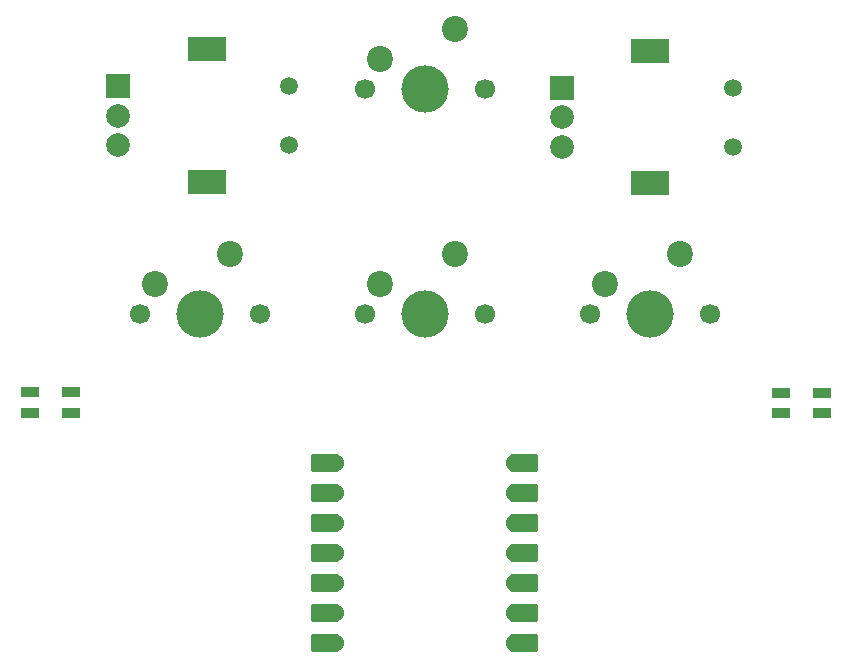
<source format=gbr>
%TF.GenerationSoftware,KiCad,Pcbnew,9.0.3*%
%TF.CreationDate,2025-07-31T03:50:49-04:00*%
%TF.ProjectId,BatPad,42617450-6164-42e6-9b69-6361645f7063,rev?*%
%TF.SameCoordinates,Original*%
%TF.FileFunction,Soldermask,Top*%
%TF.FilePolarity,Negative*%
%FSLAX46Y46*%
G04 Gerber Fmt 4.6, Leading zero omitted, Abs format (unit mm)*
G04 Created by KiCad (PCBNEW 9.0.3) date 2025-07-31 03:50:49*
%MOMM*%
%LPD*%
G01*
G04 APERTURE LIST*
G04 Aperture macros list*
%AMRoundRect*
0 Rectangle with rounded corners*
0 $1 Rounding radius*
0 $2 $3 $4 $5 $6 $7 $8 $9 X,Y pos of 4 corners*
0 Add a 4 corners polygon primitive as box body*
4,1,4,$2,$3,$4,$5,$6,$7,$8,$9,$2,$3,0*
0 Add four circle primitives for the rounded corners*
1,1,$1+$1,$2,$3*
1,1,$1+$1,$4,$5*
1,1,$1+$1,$6,$7*
1,1,$1+$1,$8,$9*
0 Add four rect primitives between the rounded corners*
20,1,$1+$1,$2,$3,$4,$5,0*
20,1,$1+$1,$4,$5,$6,$7,0*
20,1,$1+$1,$6,$7,$8,$9,0*
20,1,$1+$1,$8,$9,$2,$3,0*%
G04 Aperture macros list end*
%ADD10R,1.600000X0.850000*%
%ADD11C,1.700000*%
%ADD12C,4.000000*%
%ADD13C,2.200000*%
%ADD14C,1.500000*%
%ADD15R,2.000000X2.000000*%
%ADD16C,2.000000*%
%ADD17R,3.200000X2.000000*%
%ADD18RoundRect,0.152400X-1.063600X-0.609600X1.063600X-0.609600X1.063600X0.609600X-1.063600X0.609600X0*%
%ADD19C,1.524000*%
%ADD20RoundRect,0.152400X1.063600X0.609600X-1.063600X0.609600X-1.063600X-0.609600X1.063600X-0.609600X0*%
G04 APERTURE END LIST*
D10*
%TO.C,D2*%
X78058750Y-35646875D03*
X78058750Y-37396875D03*
X81558750Y-37396875D03*
X81558750Y-35646875D03*
%TD*%
D11*
%TO.C,SW4*%
X42853750Y-9921875D03*
D12*
X47933750Y-9921875D03*
D11*
X53013750Y-9921875D03*
D13*
X50473750Y-4841875D03*
X44123750Y-7381875D03*
%TD*%
D10*
%TO.C,D1*%
X14458750Y-35596875D03*
X14458750Y-37346875D03*
X17958750Y-37346875D03*
X17958750Y-35596875D03*
%TD*%
D11*
%TO.C,SW2*%
X42840000Y-29000000D03*
D12*
X47920000Y-29000000D03*
D11*
X53000000Y-29000000D03*
D13*
X50460000Y-23920000D03*
X44110000Y-26460000D03*
%TD*%
D14*
%TO.C,SW6*%
X36433750Y-9696875D03*
X36433750Y-14696875D03*
D15*
X21933750Y-9696875D03*
D16*
X21933750Y-14696875D03*
X21933750Y-12196875D03*
D17*
X29433750Y-6596875D03*
X29433750Y-17796875D03*
%TD*%
D14*
%TO.C,SW5*%
X74008750Y-9831250D03*
X74008750Y-14831250D03*
D15*
X59508750Y-9831250D03*
D16*
X59508750Y-14831250D03*
X59508750Y-12331250D03*
D17*
X67008750Y-6731250D03*
X67008750Y-17931250D03*
%TD*%
D11*
%TO.C,SW3*%
X61923750Y-29000000D03*
D12*
X67003750Y-29000000D03*
D11*
X72083750Y-29000000D03*
D13*
X69543750Y-23920000D03*
X63193750Y-26460000D03*
%TD*%
D11*
%TO.C,SW1*%
X23793750Y-29000000D03*
D12*
X28873750Y-29000000D03*
D11*
X33953750Y-29000000D03*
D13*
X31413750Y-23920000D03*
X25063750Y-26460000D03*
%TD*%
D18*
%TO.C,U1*%
X56337756Y-56860625D03*
D19*
X55502756Y-56860625D03*
D18*
X56337756Y-54320625D03*
D19*
X55502756Y-54320625D03*
D18*
X56337756Y-51780625D03*
D19*
X55502756Y-51780625D03*
D18*
X56337756Y-49240625D03*
D19*
X55502756Y-49240625D03*
D18*
X56337756Y-46700625D03*
D19*
X55502756Y-46700625D03*
D18*
X56337756Y-44160625D03*
D19*
X55502756Y-44160625D03*
D18*
X56337756Y-41620625D03*
D19*
X55502756Y-41620625D03*
X40262756Y-41620625D03*
D20*
X39427756Y-41620625D03*
D19*
X40262756Y-44160625D03*
D20*
X39427756Y-44160625D03*
D19*
X40262756Y-46700625D03*
D20*
X39427756Y-46700625D03*
D19*
X40262756Y-49240625D03*
D20*
X39427756Y-49240625D03*
D19*
X40262756Y-51780625D03*
D20*
X39427756Y-51780625D03*
D19*
X40262756Y-54320625D03*
D20*
X39427756Y-54320625D03*
D19*
X40262756Y-56860625D03*
D20*
X39427756Y-56860625D03*
%TD*%
M02*

</source>
